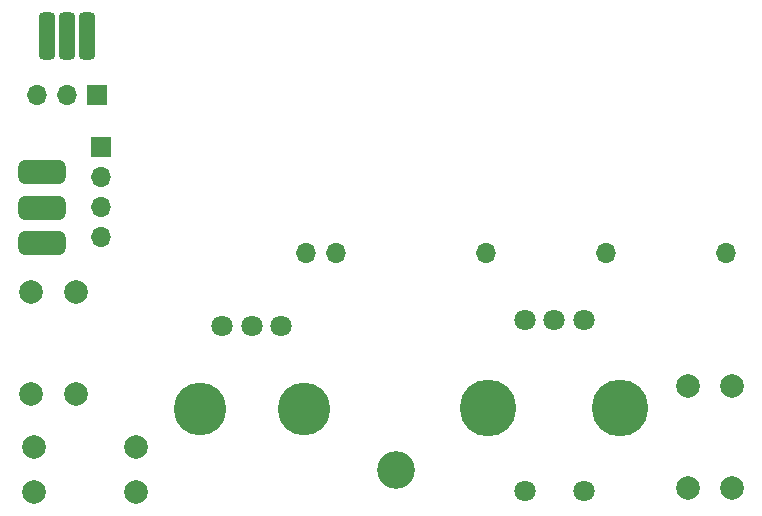
<source format=gbs>
G04 #@! TF.GenerationSoftware,KiCad,Pcbnew,(6.0.4)*
G04 #@! TF.CreationDate,2022-04-25T16:44:11-05:00*
G04 #@! TF.ProjectId,FireflyV1,46697265-666c-4795-9631-2e6b69636164,rev?*
G04 #@! TF.SameCoordinates,Original*
G04 #@! TF.FileFunction,Soldermask,Bot*
G04 #@! TF.FilePolarity,Negative*
%FSLAX46Y46*%
G04 Gerber Fmt 4.6, Leading zero omitted, Abs format (unit mm)*
G04 Created by KiCad (PCBNEW (6.0.4)) date 2022-04-25 16:44:11*
%MOMM*%
%LPD*%
G01*
G04 APERTURE LIST*
G04 Aperture macros list*
%AMRoundRect*
0 Rectangle with rounded corners*
0 $1 Rounding radius*
0 $2 $3 $4 $5 $6 $7 $8 $9 X,Y pos of 4 corners*
0 Add a 4 corners polygon primitive as box body*
4,1,4,$2,$3,$4,$5,$6,$7,$8,$9,$2,$3,0*
0 Add four circle primitives for the rounded corners*
1,1,$1+$1,$2,$3*
1,1,$1+$1,$4,$5*
1,1,$1+$1,$6,$7*
1,1,$1+$1,$8,$9*
0 Add four rect primitives between the rounded corners*
20,1,$1+$1,$2,$3,$4,$5,0*
20,1,$1+$1,$4,$5,$6,$7,0*
20,1,$1+$1,$6,$7,$8,$9,0*
20,1,$1+$1,$8,$9,$2,$3,0*%
G04 Aperture macros list end*
%ADD10C,1.800000*%
%ADD11C,4.800000*%
%ADD12R,1.700000X1.700000*%
%ADD13O,1.700000X1.700000*%
%ADD14C,2.010000*%
%ADD15C,4.460000*%
%ADD16C,3.200000*%
%ADD17RoundRect,0.337500X0.337500X-1.662500X0.337500X1.662500X-0.337500X1.662500X-0.337500X-1.662500X0*%
%ADD18RoundRect,0.500000X-1.500000X-0.500000X1.500000X-0.500000X1.500000X0.500000X-1.500000X0.500000X0*%
G04 APERTURE END LIST*
D10*
X61873821Y-39320000D03*
X56873821Y-39320000D03*
X59373821Y-39320000D03*
X61873821Y-53820000D03*
X56873821Y-53820000D03*
D11*
X53773821Y-46820000D03*
X64973821Y-46820000D03*
D12*
X21000000Y-24660000D03*
D13*
X21000000Y-27200000D03*
X21000000Y-29740000D03*
X21000000Y-32280000D03*
D14*
X18921321Y-37000000D03*
X15121321Y-37000000D03*
X15121321Y-45640000D03*
X18921321Y-45640000D03*
X70673821Y-53540000D03*
X74473821Y-53540000D03*
X74473821Y-44900000D03*
X70673821Y-44900000D03*
X15313821Y-50082500D03*
X15313821Y-53882500D03*
X23953821Y-53882500D03*
X23953821Y-50082500D03*
D12*
X20703821Y-20250000D03*
D13*
X18163821Y-20250000D03*
X15623821Y-20250000D03*
X38330000Y-33650000D03*
X40870000Y-33690000D03*
X53570000Y-33690000D03*
X63730000Y-33690000D03*
X73890000Y-33690000D03*
D10*
X36253821Y-39840000D03*
X33753821Y-39840000D03*
X31253821Y-39840000D03*
D15*
X38153821Y-46840000D03*
X29353821Y-46840000D03*
D16*
X46000000Y-52000000D03*
D17*
X19853821Y-15250000D03*
X18153821Y-15250000D03*
X16453821Y-15250000D03*
D18*
X15993821Y-32840000D03*
X15993821Y-29840000D03*
X15993821Y-26840000D03*
M02*

</source>
